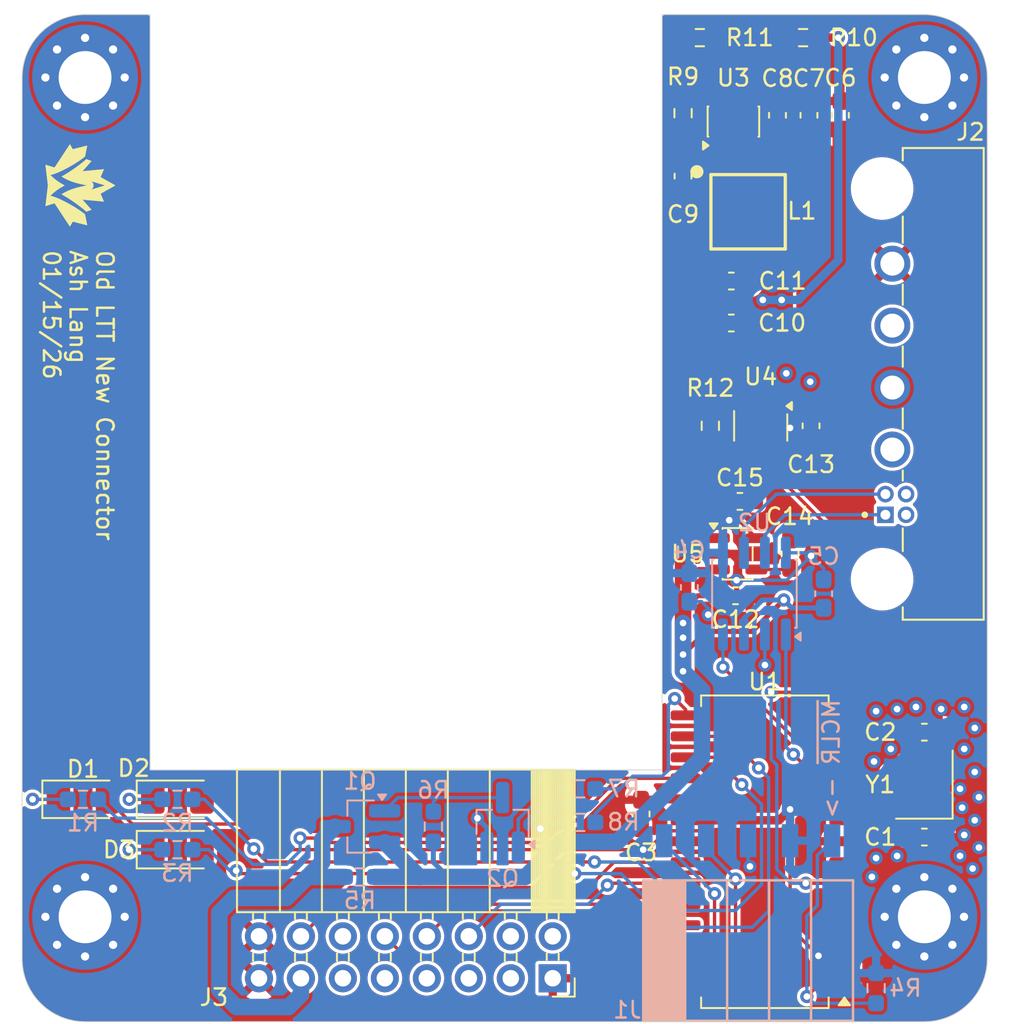
<source format=kicad_pcb>
(kicad_pcb (version 20241229) (generator "pcbnew") (generator_version "9.0")
  (layers (0 "F.Cu" signal) (2 "B.Cu" signal) (13 "F.Paste" user) (15 "B.Paste" user) (5 "F.SilkS" user "F.Silkscreen") (7 "B.SilkS" user "B.Silkscreen") (1 "F.Mask" user) (3 "B.Mask" user) (25 "Edge.Cuts" user))
  (net 0 "")
  (net 1 "GND")
  (net 2 "/OSC1")
  (net 3 "/OSC2")
  (net 4 "+3V3")
  (net 5 "+5V")
  (net 6 "+12V")
  (net 7 "Net-(U5-BP)")
  (net 8 "Net-(D1-K)")
  (net 9 "Net-(D2-K)")
  (net 10 "/~{MCLR}")
  (net 11 "/ICSPDAT")
  (net 12 "/ICSPCLK")
  (net 13 "Net-(D3-K)")
  (net 14 "/CAN_L")
  (net 15 "/CAN_H")
  (net 16 "/LED1")
  (net 17 "/LED2")
  (net 18 "/LED3")
  (net 19 "/CTS")
  (net 20 "/RX")
  (net 21 "/CAN_RX")
  (net 22 "/CAN_TX")
  (net 23 "/TX")
  (net 24 "/RTS")
  (net 29 "/RADIO_OFF")
  (net 34 "/power/CURR_LTT")
  (net 39 "Net-(J3-Pin_13)")
  (net 40 "Net-(Q1-G)")
  (net 41 "Net-(Q2-G)")
  (net 51 "Net-(U3-SW)")
  (net 52 "Net-(C9-Pad1)")
  (net 53 "Net-(U4-IN+)")
  (net 54 "/power/BOOT")
  (net 55 "Net-(U3-FB)")
  (footprint "Capacitor_SMD:C_0603_1608Metric_Pad1.08x0.95mm_HandSolder" (layer "F.Cu") (at 148.5138 83.3628 -90)
    (property "Reference" "C9")
    (property "Value" "100n")
  )
  (footprint "Resistor_SMD:R_0603_1608Metric_Pad0.98x0.95mm_HandSolder" (layer "F.Cu") (at 155.7782 74.9808 180)
    (property "Reference" "R10")
    (property "Value" "52.3k")
  )
  (footprint "Capacitor_SMD:C_0603_1608Metric_Pad1.08x0.95mm_HandSolder" (layer "F.Cu") (at 163.1188 123.3678)
    (property "Reference" "C1")
    (property "Value" "27pF")
  )
  (footprint "Capacitor_SMD:C_0603_1608Metric_Pad1.08x0.95mm_HandSolder" (layer "F.Cu") (at 158.0388 79.6798 90)
    (property "Reference" "C6")
    (property "Value" "10u")
  )
  (footprint "Package_TO_SOT_SMD:SOT-23-5_HandSoldering" (layer "F.Cu") (at 153.2128 98.4758 -90)
    (property "Reference" "U4")
    (property "Value" "INA180A3")
  )
  (footprint "LED_SMD:LED_1206_3216Metric_Pad1.42x1.75mm_HandSolder" (layer "F.Cu") (at 112.1918 121.0818)
    (property "Reference" "D1")
    (property "Value" "LED")
  )
  (footprint "telemetry_transmitter:WE-XHMI_4040" (layer "F.Cu") (at 152.4508 85.5218)
    (property "Reference" "L1")
    (property "Value" "74439325056")
  )
  (footprint "Capacitor_SMD:C_0603_1608Metric_Pad1.08x0.95mm_HandSolder" (layer "F.Cu") (at 154.9908 106.2228 -90)
    (property "Reference" "C14")
    (property "Value" "10nF")
  )
  (footprint "Capacitor_SMD:C_0603_1608Metric_Pad1.08x0.95mm_HandSolder" (layer "F.Cu") (at 163.1188 117.0178)
    (property "Reference" "C2")
    (property "Value" "27pF")
  )
  (footprint "Capacitor_SMD:C_0603_1608Metric_Pad1.08x0.95mm_HandSolder" (layer "F.Cu") (at 154.2288 79.6798 90)
    (property "Reference" "C8")
    (property "Value" "100n")
  )
  (footprint "Capacitor_SMD:C_0603_1608Metric_Pad1.08x0.95mm_HandSolder" (layer "F.Cu") (at 151.6888 108.7628 180)
    (property "Reference" "C12")
    (property "Value" "10uF")
  )
  (footprint "Resistor_SMD:R_0603_1608Metric_Pad0.98x0.95mm_HandSolder" (layer "F.Cu") (at 148.5138 79.5528 -90)
    (property "Reference" "R9")
    (property "Value" "30R")
  )
  (footprint "Capacitor_SMD:C_0603_1608Metric_Pad1.08x0.95mm_HandSolder" (layer "F.Cu") (at 151.9538 103.0508)
    (property "Reference" "C15")
    (property "Value" "2.2uF")
  )
  (footprint "Capacitor_SMD:C_0603_1608Metric_Pad1.08x0.95mm_HandSolder" (layer "F.Cu") (at 145.9738 121.9708 90)
    (property "Reference" "C3")
    (property "Value" "0.1u")
  )
  (footprint "LED_SMD:LED_1206_3216Metric_Pad1.42x1.75mm_HandSolder" (layer "F.Cu") (at 117.9068 121.0818)
    (property "Reference" "D2")
    (property "Value" "LED")
  )
  (footprint "Package_TO_SOT_SMD:SOT-23-6" (layer "F.Cu") (at 151.5618 80.0608 90)
    (property "Reference" "U3")
    (property "Value" "TPS56339DDC")
  )
  (footprint "Team_Logo:Logo_SilkScreen_5mm" (layer "F.Cu") (at 112.0394 83.9216 -90)
    (property "Reference" "G***" (hide yes))
    (property "Value" "LOGO" (hide yes))
  )
  (footprint "Package_TO_SOT_SMD:SOT-23-5" (layer "F.Cu") (at 151.8158 106.2228)
    (property "Reference" "U5")
    (property "Value" "SPX3819M5-L-3-3/TR")
  )
  (footprint "Resistor_SMD:R_0603_1608Metric_Pad0.98x0.95mm_HandSolder" (layer "F.Cu") (at 149.5298 74.9808 180)
    (property "Reference" "R11")
    (property "Value" "10k")
  )
  (footprint "LED_SMD:LED_1206_3216Metric_Pad1.42x1.75mm_HandSolder" (layer "F.Cu") (at 117.9068 124.1298)
    (property "Reference" "D3")
    (property "Value" "LED")
  )
  (footprint "Capacitor_SMD:C_0603_1608Metric_Pad1.08x0.95mm_HandSolder" (layer "F.Cu") (at 151.4348 92.2528 180)
    (property "Reference" "C10")
    (property "Value" "22u")
  )
  (footprint "Resistor_SMD:R_0603_1608Metric_Pad0.98x0.95mm_HandSolder" (layer "F.Cu") (at 150.1648 98.4758 90)
    (property "Reference" "R12")
    (property "Value" "0.03R")
  )
  (footprint "Capacitor_SMD:C_0603_1608Metric_Pad1.08x0.95mm_HandSolder" (layer "F.Cu") (at 156.2608 98.4758 -90)
    (property "Reference" "C13")
    (property "Value" "0.1u")
  )
  (footprint "Connector_PinSocket_2.54mm:PinSocket_2x08_P2.54mm_Horizontal" (layer "F.Cu") (at 140.6248 131.9138 -90)
    (property "Reference" "J3")
    (property "Value" "RFD900x")
  )
  (footprint "Package_SO:SOIC-28W_7.5x18.7mm_P1.27mm" (layer "F.Cu") (at 153.4668 124.2568 180)
    (property "Reference" "U1")
    (property "Value" "PIC18F26K83")
  )
  (footprint "canhw_footprints:connector_Harwin_G125-MH104M4-04AD000P" (layer "F.Cu") (at 164.2618 95.9358 90)
    (property "Reference" "J2")
    (property "Value" "G125-MH104M4-04AD000P")
  )
  (footprint "Capacitor_SMD:C_0603_1608Metric_Pad1.08x0.95mm_HandSolder" (layer "F.Cu") (at 151.4348 89.7128 180)
    (property "Reference" "C11")
    (property "Value" "22u")
  )
  (footprint "Capacitor_SMD:C_0603_1608Metric_Pad1.08x0.95mm_HandSolder" (layer "F.Cu") (at 156.1338 79.6798 90)
    (property "Reference" "C7")
    (property "Value" "10u")
  )
  (footprint "Crystal:Crystal_SMD_Abracon_ABM8G-4Pin_3.2x2.5mm" (layer "F.Cu") (at 163.1188 120.1928 90)
    (property "Reference" "Y1")
    (property "Value" "ABM8G-12.000MHZ-18-D2Y-T")
  )
  (footprint "Resistor_SMD:R_0603_1608Metric_Pad0.98x0.95mm_HandSolder" (layer "B.Cu") (at 142.2908 120.4468)
    (property "Reference" "R7")
    (property "Value" "130")
  )
  (footprint "Capacitor_SMD:C_0603_1608Metric_Pad1.08x0.95mm_HandSolder" (layer "B.Cu") (at 148.8948 108.2548 -90)
    (property "Reference" "C4")
    (property "Value" "0.1u")
  )
  (footprint "Capacitor_SMD:C_0603_1608Metric_Pad1.08x0.95mm_HandSolder" (layer "B.Cu") (at 157.0228 108.6358 90)
    (property "Reference" "C5")
    (property "Value" "0.1u")
  )
  (footprint "Resistor_SMD:R_0603_1608Metric_Pad0.98x0.95mm_HandSolder" (layer "B.Cu") (at 112.1918 121.0818)
    (property "Reference" "R1")
    (property "Value" "130")
  )
  (footprint "Resistor_SMD:R_0603_1608Metric_Pad0.98x0.95mm_HandSolder" (layer "B.Cu") (at 160.1978 132.5118 -90)
    (property "Reference" "R4")
    (property "Value" "10K")
  )
  (footprint "Package_SO:SOIC-8_3.9x4.9mm_P1.27mm" (layer "B.Cu") (at 152.8318 108.6358 90)
    (property "Reference" "U2")
    (property "Value" "MCP2562")
  )
  (footprint "Resistor_SMD:R_0603_1608Metric_Pad0.98x0.95mm_HandSolder" (layer "B.Cu") (at 128.9558 125.7808)
    (property "Reference" "R5")
    (property "Value" "DNI")
  )
  (footprint "Package_TO_SOT_SMD:SOT-23_Handsoldering" (layer "B.Cu") (at 128.9558 122.7328 180)
    (property "Reference" "Q1")
    (property "Value" "PJA3405")
  )
  (footprint "MountingHole:MountingHole_3.2mm_M3_Pad_Via" (layer "B.Cu") (at 112.3188 77.3938 180)
    (property "Reference" "H3" (hide yes))
    (property "Value" "MountingHole")
  )
  (footprint "Resistor_SMD:R_0603_1608Metric_Pad0.98x0.95mm_HandSolder" (layer "B.Cu") (at 117.9068 121.0818)
    (property "Reference" "R2")
    (property "Value" "130")
  )
  (footprint "MountingHole:MountingHole_3.2mm_M3_Pad_Via" (layer "B.Cu") (at 163.1188 128.1938 180)
    (property "Reference" "H2" (hide yes))
    (property "Value" "MountingHole")
  )
  (footprint "Package_TO_SOT_SMD:SOT-23_Handsoldering" (layer "B.Cu") (at 137.5918 122.4788 90)
    (property "Reference" "Q2")
    (property "Value" "TSM2306CX")
  )
  (footprint "MountingHole:MountingHole_3.2mm_M3_Pad_Via" (layer "B.Cu") (at 163.1188 77.3938 180)
    (property "Reference" "H4" (hide yes))
    (property "Value" "MountingHole")
  )
  (footprint "Resistor_SMD:R_0603_1608Metric_Pad0.98x0.95mm_HandSolder" (layer "B.Cu") (at 133.4008 122.7328 90)
    (property "Reference" "R6")
    (property "Value" "10K")
  )
  (footprint "canhw_footprints:PinSocket_5x2.54_SMD_90deg_952-3198-1-ND" (layer "B.Cu") (at 147.3708 123.5873)
    (property "Reference" "J1")
    (property "Value" "Programming Header")
  )
  (footprint "Resistor_SMD:R_0603_1608Metric_Pad0.98x0.95mm_HandSolder" (layer "B.Cu") (at 142.2908 122.4788 180)
    (property "Reference" "R8")
    (property "Value" "10K")
  )
  (footprint "Resistor_SMD:R_0603_1608Metric_Pad0.98x0.95mm_HandSolder" (layer "B.Cu") (at 117.9068 124.1298)
    (property "Reference" "R3")
    (property "Value" "130")
  )
  (footprint "MountingHole:MountingHole_3.2mm_M3_Pad_Via" (layer "B.Cu") (at 112.3188 128.1938 180)
    (property "Reference" "H1" (hide yes))
    (property "Value" "MountingHole")
  )
  (gr_line (start 166.9288 77.3938) (end 166.9288 130.7338) (stroke (width 0.05)) (layer "Edge.Cuts"))
  (gr_arc (start 163.1188 73.5838) (mid 165.812877 74.699723) (end 166.9288 77.3938) (stroke (width 0.05)) (layer "Edge.Cuts"))
  (gr_arc (start 112.3188 134.5438) (mid 109.624723 133.427877) (end 108.5088 130.7338) (stroke (width 0.05)) (layer "Edge.Cuts"))
  (gr_line (start 147.2438 73.5838) (end 147.2438 119.3038) (stroke (width 0.05)) (layer "Edge.Cuts"))
  (gr_line (start 163.1188 134.5438) (end 112.3188 134.5438) (stroke (width 0.05)) (layer "Edge.Cuts"))
  (gr_arc (start 108.5088 77.3938) (mid 109.624723 74.699723) (end 112.3188 73.5838) (stroke (width 0.05)) (layer "Edge.Cuts"))
  (gr_line (start 147.2438 73.5838) (end 163.1188 73.5838) (stroke (width 0.05)) (layer "Edge.Cuts"))
  (gr_line (start 112.3188 73.5838) (end 116.2558 73.5838) (stroke (width 0.05)) (layer "Edge.Cuts"))
  (gr_line (start 147.2438 119.3038) (end 116.2558 119.3038) (stroke (width 0.05)) (layer "Edge.Cuts"))
  (gr_line (start 116.2558 73.5838) (end 116.2558 119.3038) (stroke (width 0.05)) (layer "Edge.Cuts"))
  (gr_arc (start 166.9288 130.7338) (mid 165.812877 133.427877) (end 163.1188 134.5438) (stroke (width 0.05)) (layer "Edge.Cuts"))
  (gr_line (start 108.5088 130.7338) (end 108.5088 77.3938) (stroke (width 0.05)) (layer "Edge.Cuts"))
  (gr_text "Old LTT New Connector\nAsh Lang\n01/15/26" (at 109.7026 87.757 270) (layer "F.SilkS") (effects (font (size 1 1)) (justify left bottom)))
  (gr_text "~{MCLR} ->" (at 157.48 122.3264 90) (layer "B.SilkS") (effects (font (size 1 1)) (justify right mirror)))
  (segment (start 152.0698 108.7628) (end 152.5513 108.7628) (width 0.3048) (layer "F.Cu") (net 1))
  (segment (start 158.2668 123.6218) (end 159.8168 123.6218) (width 0.3048) (layer "F.Cu") (net 1))
  (segment (start 151.755481 106.637482) (end 151.755481 107.82027) (width 0.3048) (layer "F.Cu") (net 1))
  (segment (start 151.755481 108.448481) (end 152.0698 108.7628) (width 0.3048) (layer "F.Cu") (net 1))
  (segment (start 150.6783 106.2228) (end 151.340799 106.2228) (width 0.3048) (layer "F.Cu") (net 1))
  (segment (start 151.755481 107.82027) (end 151.755481 108.448481) (width 0.3048) (layer "F.Cu") (net 1))
  (segment (start 162.2688 121.6778) (end 161.3408 122.6058) (width 0.2032) (layer "F.Cu") (net 1))
  (segment (start 162.2688 121.2928) (end 162.2688 121.6778) (width 0.2032) (layer "F.Cu") (net 1))
  (segment (start 151.340799 106.2228) (end 151.755481 106.637482) (width 0.3048) (layer "F.Cu") (net 1))
  (via (at 150.0378 109.9058) (size 0.8) (drill 0.4) (layers "F.Cu" "B.Cu") (net 1))
  (via (at 160.1978 115.7478) (size 0.8) (drill 0.4) (layers "F.Cu" "B.Cu") (net 1))
  (via (at 165.5318 123.2408) (size 0.8) (drill 0.4) (layers "F.Cu" "B.Cu") (net 1))
  (via (at 165.5318 115.4938) (size 0.8) (drill 0.4) (layers "F.Cu" "B.Cu") (net 1))
  (via (at 161.4678 115.6208) (size 0.8) (drill 0.4) (layers "F.Cu" "B.Cu") (net 1))
  (via (at 136.0678 122.2248) (size 0.8) (drill 0.4) (layers "F.Cu" "B.Cu") (net 1))
  (via (at 151.755481 107.82027) (size 0.8) (drill 0.4) (layers "F.Cu" "B.Cu") (net 1))
  (via (at 156.21 95.8088) (size 0.8) (drill 0.4) (layers "F.Cu" "B.Cu") (net 1))
  (via (at 160.1978 124.6378) (size 0.8) (drill 0.4) (layers "F.Cu" "B.Cu") (net 1))
  (via (at 165.2778 120.4468) (size 0.8) (drill 0.4) (layers "F.Cu" "B.Cu") (net 1))
  (via (at 166.4208 120.9548) (size 0.8) (drill 0.4) (layers "F.Cu" "B.Cu") (net 1))
  (via (at 165.5318 118.0338) (size 0.8) (drill 0.4) (layers "F.Cu" "B.Cu") (net 1))
  (via (at 166.0398 125.2728) (size 0.8) (drill 0.4) (layers "F.Cu" "B.Cu") (net 1))
  (via (at 165.4048 121.5898) (size 0.8) (drill 0.4) (layers "F.Cu" "B.Cu") (net 1))
  (via (at 166.1668 122.3518) (size 0.8) (drill 0.4) (layers "F.Cu" "B.Cu") (net 1))
  (via (at 161.0868 118.0338) (size 0.8) (drill 0.4) (layers "F.Cu" "B.Cu") (net 1))
  (via (at 153.4668 112.9538) (size 0.8) (drill 0.4) (layers "F.Cu" "B.Cu") (net 1))
  (via (at 154.7622 95.3008) (size 0.8) (drill 0.4) (layers "F.Cu" "B.Cu") (net 1))
  (via (at 160.0708 118.7958) (size 0.8) (drill 0.4) (layers "F.Cu" "B.Cu") (net 1))
  (via (at 152.562 125.1458) (size 0.8) (drill 0.4) (layers "F.Cu" "B.Cu") (net 1))
  (via (at 159.9438 125.7808) (size 0.8) (drill 0.4) (layers "F.Cu" "B.Cu") (net 1))
  (via (at 162.6108 115.4938) (size 0.8) (drill 0.4) (layers "F.Cu" "B.Cu") (net 1))
  (via (at 156.2608 106.3498) (size 0.8) (drill 0.4) (layers "F.Cu" "B.Cu") (net 1))
  (via (at 164.1348 115.6208) (size 0.8) (drill 0.4) (layers "F.Cu" "B.Cu") (net 1))
  (via (at 166.1668 119.4308) (size 0.8) (drill 0.4) (layers "F.Cu" "B.Cu") (net 1))
  (via (at 166.1668 116.7638) (size 0.8) (drill 0.4) (layers "F.Cu" "B.Cu") (net 1))
  (via (at 139.8778 122.8598) (size 0.8) (drill 0.4) (layers "F.Cu" "B.Cu") (net 1))
  (via (at 166.4208 124.0028) (size 0.8) (drill 0.4) (layers "F.Cu" "B.Cu") (net 1))
  (via (at 161.4678 124.5108) (size 0.8) (drill 0.4) (layers "F.Cu" "B.Cu") (net 1))
  (via (at 165.2778 124.5108) (size 0.8) (drill 0.4) (layers "F.Cu" "B.Cu") (net 1))
  (segment (start 154.79033 107.82027) (end 156.2608 106.3498) (width 0.2032) (layer "B.Cu") (net 1))
  (segment (start 157.0228 107.7733) (end 157.0228 107.1118) (width 0.2032) (layer "B.Cu") (net 1))
  (segment (start 152.4417 125.0255) (end 152.4417 123.5964) (width 0.2032) (layer "B.Cu") (net 1))
  (segment (start 150.0378 109.5248) (end 150.0378 109.9058) (width 0.2032) (layer "B.Cu") (net 1))
  (segment (start 153.4668 111.1108) (end 153.4668 112.9538) (width 0.2032) (layer "B.Cu") (net 1))
  (segment (start 148.8948 109.1173) (end 149.6303 109.1173) (width 0.2032) (layer "B.Cu") (net 1))
  (segment (start 152.562 125.1458) (end 152.4417 125.0255) (width 0.2032) (layer "B.Cu") (net 1))
  (segment (start 157.0228 107.1118) (end 156.2608 106.3498) (width 0.2032) (layer "B.Cu") (net 1))
  (segment (start 149.6303 109.1173) (end 150.0378 109.5248) (width 0.2032) (layer "B.Cu") (net 1))
  (segment (start 151.755481 107.82027) (end 154.79033 107.82027) (width 0.2032) (layer "B.Cu") (net 1))
  (segment (start 136.6418 123.9788) (end 136.6418 122.7988) (width 0.3048) (layer "B.Cu") (net 1))
  (segment (start 154.7368 106.1608) (end 156.0718 106.1608) (width 0.2032) (layer "B.Cu") (net 1))
  (segment (start 141.3783 122.4788) (end 140.2588 122.4788) (width 0.3048) (layer "B.Cu") (net 1))
  (segment (start 140.2588 122.4788) (end 139.8778 122.8598) (width 0.3048) (layer "B.Cu") (net 1))
  (segment (start 156.0718 106.1608) (end 156.2608 106.3498) (width 0.2032) (layer "B.Cu") (net 1))
  (segment (start 152.4417 123.5964) (end 152.4508 123.5873) (width 0.2032) (layer "B.Cu") (net 1))
  (segment (start 136.6418 122.7988) (end 136.0678 122.2248) (width 0.3048) (layer "B.Cu") (net 1))
  (segment (start 161.3662 121.8184) (end 161.3662 120.606978) (width 0.2032) (layer "F.Cu") (net 2))
  (segment (start 161.682978 120.2902) (end 162.9662 120.2902) (width 0.2032) (layer "F.Cu") (net 2))
  (segment (start 163.1188 122.1428) (end 163.1188 122.5053) (width 0.2032) (layer "F.Cu") (net 2))
  (segment (start 162.9662 120.2902) (end 163.9688 121.2928) (width 0.2032) (layer "F.Cu") (net 2))
  (segment (start 160.8328 122.3518) (end 161.3662 121.8184) (width 0.2032) (layer "F.Cu") (net 2))
  (segment (start 163.9688 121.2928) (end 163.1188 122.1428) (width 0.2032) (layer "F.Cu") (net 2))
  (segment (start 161.3662 120.606978) (end 161.682978 120.2902) (width 0.2032) (layer "F.Cu") (net 2))
  (segment (start 163.1188 122.5053) (end 162.2563 123.3678) (width 0.2032) (layer "F.Cu") (net 2))
  (segment (start 158.2668 122.3518) (end 160.8328 122.3518) (width 0.2032) (layer "F.Cu") (net 2))
  (segment (start 160.909 121.1326) (end 160.909 120.7124) (width 0.2032) (layer "F.Cu") (net 3))
  (segment (start 159.5628 121.7168) (end 159.6898 121.8438) (width 0.2032) (layer "F.Cu") (net 3))
  (segment (start 160.5788 121.8438) (end 160.7058 121.7168) (width 0.2032) (layer "F.Cu") (net 3))
  (segment (start 162.2688 119.0928) (end 162.2688 117.0303) (width 0.2032) (layer "F.Cu") (net 3))
  (segment (start 160.7058 119.4308) (end 160.7058 119.3058) (width 0.2032) (layer "F.Cu") (net 3))
  (segment (start 160.5026 120.5092) (end 160.5026 120.1124) (width 0.2032) (layer "F.Cu") (net 3))
  (segment (start 160.7058 121.7168) (end 160.7058 121.3358) (width 0.2032) (layer "F.Cu") (net 3))
  (segment (start 158.2668 121.0818) (end 159.4358 121.0818) (width 0.2032) (layer "F.Cu") (net 3))
  (segment (start 159.5628 121.2088) (end 159.5628 121.7168) (width 0.2032) (layer "F.Cu") (net 3))
  (segment (start 160.8074 120.6108) (end 160.7058 120.6108) (width 0.2032) (layer "F.Cu") (net 3))
  (segment (start 160.7058 120.6108) (end 160.6042 120.6108) (width 0.2032) (layer "F.Cu") (net 3))
  (segment (start 160.7058 119.3058) (end 160.9188 119.0928) (width 0.2032) (layer "F.Cu") (net 3))
  (segment (start 160.7058 119.6508) (end 160.7058 119.4308) (width 0.2032) (layer "F.Cu") (net 3))
  (segment (start 160.9188 119.0928) (end 162.2688 119.0928) (width 0.2032) (layer "F.Cu") (net 3))
  (segment (start 162.2688 117.0303) (end 162.2563 117.0178) (width 0.2032) (layer "F.Cu") (net 3))
  (segment (start 160.7058 119.9092) (end 160.7058 119.6508) (width 0.2032) (layer "F.Cu") (net 3))
  (segment (start 159.6898 121.8438) (end 160.5788 121.8438) (width 0.2032) (layer "F.Cu") (net 3))
  (segment (start 159.4358 121.0818) (end 159.5628 121.2088) (width 0.2032) (layer "F.Cu") (net 3))
  (arc (start 160.6042 120.0108) (mid 160.676042 119.981042) (end 160.7058 119.9092) (width 0.2032) (layer "F.Cu") (net 3))
  (arc (start 160.7058 121.3358) (mid 160.735558 121.263958) (end 160.8074 121.2342) (width 0.2032) (layer "F.Cu") (net 3))
  (arc (start 160.909 120.7124) (mid 160.879242 120.640558) (end 160.8074 120.6108) (width 0.2032) (layer "F.Cu") (net 3))
  (arc (start 160.5026 120.1124) (mid 160.532358 120.040558) (end 160.6042 120.0108) (width 0.2032) (layer "F.Cu") (net 3))
  (arc (start 160.8074 121.2342) (mid 160.879242 121.204442) (end 160.909 121.1326) (width 0.2032) (layer "F.Cu") (net 3))
  (arc (start 160.6042 120.6108) (mid 160.532358 120.581042) (end 160.5026 120.5092) (width 0.2032) (layer "F.Cu") (net 3))
  (segment (start 154.1628 99.8258) (end 154.1628 99.4308) (width 0.2032) (layer "F.Cu") (net 4))
  (segment (start 120.527641 121.0818) (end 119.3943 121.0818) (width 0.2032) (layer "F.Cu") (net 4))
  (segment (start 146.1008 124.1298) (end 146.3802 124.1298) (width 0.2032) (layer "F.Cu") (net 4))
  (segment (start 154.9908 121.6914) (end 154.9908 128.8384) (width 0.2032) (layer "F.Cu") (net 4))
  (segment (start 115.175579 122.578079) (end 113.6793 121.0818) (width 0.2032) (layer "F.Cu") (net 4))
  (segment (start 119.3943 124.1298) (end 119.3943 122.868579) (width 0.2032) (layer "F.Cu") (net 4))
  (segment (start 154.1628 99.4308) (end 154.9908 98.6028) (width 0.2032) (layer "F.Cu") (net 4))
  (segment (start 154.9908 128.8384) (end 156.7084 130.556) (width 0.2032) (layer "F.Cu") (net 4))
  (segment (start 119.3943 122.868579) (end 119.6848 122.578079) (width 0.2032) (layer "F.Cu") (net 4))
  (segment (start 156.2608 99.3383) (end 155.7263 99.3383) (width 0.2032) (layer "F.Cu") (net 4))
  (segment (start 148.6668 122.3518) (end 147.8788 122.3518) (width 0.2032) (layer "F.Cu") (net 4))
  (segment (start 149.8346 122.9868) (end 150.4696 122.3518) (width 0.2032) (layer "F.Cu") (net 4))
  (segment (start 152.8163 103.0508) (end 152.4478 103.0508) (width 0.2032) (layer "F.Cu") (net 4))
  (segment (start 152.9533 105.2728) (end 151.8713 104.1908) (width 0.2032) (layer "F.Cu") (net 4))
  (segment (start 119.6848 122.578079) (end 115.175579 122.578079) (width 0.2032) (layer "F.Cu") (net 4))
  (segment (start 145.9738 122.8333) (end 145.9738 124.0028) (width 0.2032) (layer "F.Cu") (net 4))
  (segment (start 154.3304 122.3518) (end 150.4696 122.3518) (width 0.508) (layer "F.Cu") (net 4))
  (segment (start 146.1008 124.1298) (end 123.575641 124.1298) (width 0.2032) (layer "F.Cu") (net 4))
  (segment (start 151.8713 104.1908) (end 151.3078 104.1908) (width 0.2032) (layer "F.Cu") (net 4))
  (segment (start 155.7263 99.3383) (end 154.9908 98.6028) (width 0.2032) (layer "F.Cu") (net 4))
  (segment (start 145.9738 124.0028) (end 146.1008 124.1298) (width 0.2032) (layer "F.Cu") (net 4))
  (segment (start 122.023921 122.578079) (end 119.6848 122.578079) (width 0.2032) (layer "F.Cu") (net 4))
  (segment (start 152.4478 103.0508) (end 151.3078 104.1908) (width 0.2032) (layer "F.Cu") (net 4))
  (segment (start 146.3802 124.1298) (end 147.5232 122.9868) (width 0.2032) (layer "F.Cu") (net 4))
  (segment (start 154.9908 121.6914) (end 154.3304 122.3518) (width 0.508) (layer "F.Cu") (net 4))
  (segment (start 147.5232 122.9868) (end 149.8346 122.9868) (width 0.2032) (layer "F.Cu") (net 4))
  (segment (start 150.4696 122.3518) (end 148.6668 122.3518) (width 0.508) (layer "F.Cu") (net 4))
  (segment (start 123.575641 124.1298) (end 122.023921 122.578079) (width 0.2032) (layer "F.Cu") (net 4))
  (segment (start 122.023921 122.578079) (end 120.527641 121.0818) (width 0.2032) (layer "F.Cu") (net 4))
  (via (at 154.9908 121.6914) (size 0.8) (drill 0.4) (layers "F.Cu" "B.Cu") (net 4))
  (via (at 154.9908 98.6028) (size 0.8) (drill 0.4) (layers "F.Cu" "B.Cu") (net 4))
  (via (at 151.3078 104.1908) (size 0.8) (drill 0.4) (layers "F.Cu" "B.Cu") (net 4))
  (via (at 146.1008 124.1298) (size 0.8) (drill 0.4) (layers "F.Cu" "B.Cu") (net 4))
  (via (at 156.7084 130.556) (size 0.8) (drill 0.4) (layers "F.Cu" "B.Cu") (net 4))
  (segment (start 163.6522 108.1024) (end 163.6522 102.2096) (width 0.508) (layer "B.Cu") (net 4))
  (segment (start 162.8959 101.4533) (end 154.0453 101.4533) (width 0.508) (layer "B.Cu") (net 4))
  (segment (start 156.1592 115.5954) (end 163.6522 108.1024) (width 0.508) (layer "B.Cu") (net 4))
  (segment (start 154.9908 98.6028) (end 154.9908 100.5078) (width 0.508) (layer "B.Cu") (net 4))
  (segment (start 148.8948 106.045) (end 148.8948 107.3923) (width 0.508) (layer "B.Cu") (net 4))
  (segment (start 156.1592 119.3292) (end 156.1592 115.5954) (width 0.508) (layer "B.Cu") (net 4))
  (segment (start 154.9908 100.5078) (end 153.9621 101.5365) (width 0.508) (layer "B.Cu") (net 4))
  (segment (start 150.749 104.1908) (end 148.8948 106.045) (width 0.508) (layer "B.Cu") (net 4))
  (segment (start 151.3078 104.1908) (end 150.749 104.1908) (width 0.508) (layer "B.Cu") (net 4))
  (segment (start 157.7517 131.5993) (end 160.1978 131.5993) (width 0.2032) (layer "B.Cu") (net 4))
  (segment (start 154.0453 101.4533) (end 153.9621 101.5365) (width 0.508) (layer "B.Cu") (net 4))
  (segment (start 154.9908 121.6914) (end 154.9908 123.5873) (width 0.508) (layer "B.Cu") (net 4))
  (segment (start 153.9621 101.5365) (end 151.3078 104.1908) (width 0.508) (layer "B.Cu") (net 4))
  (segment (start 163.6522 102.2096) (end 162.8959 101.4533) (width 0.508) (layer "B.Cu") (net 4))
  (segment (start 150.9268 106.1608) (end 150.9268 104.5718) (width 0.508) (layer "B.Cu") (net 4))
  (segment (start 150.9268 104.5718) (end 151.3078 104.1908) (width 0.508) (layer "B.Cu") (net 4))
  (segment (start 156.7084 130.556) (end 157.7517 131.5993) (width 0.2032) (layer "B.Cu") (net 4))
  (segment (start 154.9908 121.6914) (end 156.1592 120.523) (width 0.508) (layer "B.Cu") (net 4))
  (segment (start 156.1592 120.523) (end 156.1592 119.3292) (width 0.508) (layer "B.Cu") (net 4))
  (segment (start 148.5138 112.3188) (end 149.9108 110.9218) (width 0.3048) (layer "F.Cu") (net 5))
  (segment (start 149.4688 107.1728) (end 148.5138 108.1278) (width 0.3048) (layer "F.Cu") (net 5))
  (segment (start 148.5138 108.1278) (end 148.5138 109.6518) (width 1) (layer "F.Cu") (net 5))
  (segment (start 150.8263 108.7628) (end 149.4028 108.7628) (width 0.3048) (layer "F.Cu") (net 5))
  (segment (start 151.8253 99.3883) (end 152.2628 99.8258) (width 0.2032) (layer "F.Cu") (net 5))
  (segment (start 149.9108 110.9218) (end 152.7048 110.9218) (width 0.3048) (layer "F.Cu") (net 5))
  (segment (start 148.5138 106.3498) (end 148.5138 108.1278) (width 1) (layer "F.Cu") (net 5))
  (segment (start 150.1648 99.3883) (end 151.8253 99.3883) (width 0.2032) (layer "F.Cu") (net 5))
  (segment (start 149.5908 105.2728) (end 148.5138 106.3498) (width 0.3048) (layer "F.Cu") (net 5))
  (segment (start 150.6783 107.1728) (end 149.4688 107.1728) (width 0.3048) (layer "F.Cu") (net 5))
  (segment (start 150.1648 99.3883) (end 148.5138 101.0393) (width 1) (layer "F.Cu") (net 5))
  (segment (start 148.5138 109.6518) (end 148.5138 113.3348) (width 1) (layer "F.Cu") (net 5))
  (segment (start 152.7048 110.9218) (end 154.6098 109.0168) (width 0.3048) (layer "F.Cu") (net 5))
  (segment (start 149.4028 108.7628) (end 148.5138 109.6518) (width 0.3048) (layer "F.Cu") (net 5))
  (segment (start 150.6783 105.2728) (end 149.5908 105.2728) (width 0.3048) (layer "F.Cu") (net 5))
  (segment (start 148.5138 101.0393) (end 148.5138 106.3498) (width 1) (layer "F.Cu") (net 5))
  (via (at 148.5138 110.4138) (size 0.8) (drill 0.4) (layers "F.Cu" "B.Cu") (net 5))
  (via (at 154.6098 109.0168) (size 0.8) (drill 0.4) (layers "F.Cu" "B.Cu") (net 5))
  (via (at 148.5138 111.3028) (size 0.8) (drill 0.4) (layers "F.Cu" "B.Cu") (net 5))
  (via (at 148.5138 112.3188) (size 0.8) (drill 0.4) (layers "F.Cu" "B.Cu") (net 5))
  (via (at 148.5138 113.3348) (size 0.8) (drill 0.4) (layers "F.Cu" "B.Cu") (net 5))
  (segment (start 133.4008 124.8918) (end 134.2898 125.7808) (width 0.3048) (layer "B.Cu") (net 5))
  (segment (start 134.2898 125.7808) (end 132.5538 125.7808) (width 1) (layer "B.Cu") (net 5))
  (segment (start 148.5138 110.4138) (end 148.5138 113.3348) (width 1) (layer "B.Cu") (net 5))
  (segment (start 157.0228 109.4983) (end 155.0913 109.4983) (width 0.3048) (layer "B.Cu") (net 5))
  (segment (start 141.095548 123.6548) (end 138.969548 125.7808) (width 1) (layer "B.Cu") (net 5))
  (segment (start 149.6568 118.5418) (end 144.5438 123.6548) (width 1) (layer "B.Cu") (net 5))
  (segment (start 149.6568 114.4778) (end 149.6568 118.5418) (width 1) (layer "B.Cu") (net 5))
  (segment (start 133.4008 123.6453) (end 133.4008 124.8918) (width 0.3048) (layer "B.Cu") (net 5))
  (segment (start 154.6098 109.0168) (end 153.315801 109.0168) (width 0.3048) (layer "B.Cu") (net 5))
  (segment (start 138.969548 125.7808) (end 134.2898 125.7808) (width 1) (layer "B.Cu") (net 5))
  (segment (start 132.5538 125.7808) (end 129.8683 125.7808) (width 1) (layer "B.Cu") (net 5))
  (segment (start 153.315801 109.0168) (end 152.1968 110.135801) (width 0.3048) (layer "B.Cu") (net 5))
  (segment (start 144.5438 123.6548) (end 141.095548 123.6548) (width 1) (layer "B.Cu") (net 5))
  (segment (start 155.0913 109.4983) (end 154.6098 109.0168) (width 0.3048) (layer "B.Cu") (net 5))
  (segment (start 132.5538 125.7808) (end 130.4558 123.6828) (width 1) (layer "B.Cu") (net 5))
  (segment (start 148.5138 113.3348) (end 149.6568 114.4778) (width 1) (layer "B.Cu") (net 5))
  (segment (start 152.1968 110.135801) (end 152.1968 111.1108) (width 0.3048) (layer "B.Cu") (net 5))
  (segment (start 153.2073 81.1983) (end 153.3398 81.3308) (width 0.508) (layer "F.Cu") (net 6))
  (segment (start 152.5118 81.1983) (end 153.2073 81.1983) (width 0.508) (layer "F.Cu") (net 6))
  (segment (start 153.3398 81.3308) (end 153.9748 81.9658) (width 0.508) (layer "F.Cu") (net 6))
  (segment (start 154.9033 107.1728) (end 154.9908 107.0853) (width 0.2032) (layer "F.Cu") (net 7))
  (segment (start 152.9533 107.1728) (end 154.9033 107.1728) (width 0.2032) (layer "F.Cu") (net 7))
  (segment (start 110.7043 121.0818) (end 109.1438 121.0818) (width 0.2032) (layer "F.Cu") (net 8))
  (via (at 109.1438 121.0818) (size 0.8) (drill 0.4) (layers "F.Cu" "B.Cu") (net 8))
  (segment (start 109.1438 121.0818) (end 111.2793 121.0818) (width 0.2032) (layer "B.Cu") (net 8))
  (segment (start 116.4193 121.0818) (end 114.9918 121.0818) (width 0.2032) (layer "F.Cu") (net 9))
  (via (at 114.9918 121.0818) (size 0.8) (drill 0.4) (layers "F.Cu" "B.Cu") (net 9))
  (segment (start 114.9918 121.0818) (end 116.9943 121.0818) (width 0.2032) (layer "B.Cu") (net 9))
  (segment (start 156.5148 132.5118) (end 158.2668 132.5118) (width 0.2032) (layer "F.Cu") (net 10))
  (segment (start 156.0068 133.0198) (end 156.5148 132.5118) (width 0.2032) (layer "F.Cu") (net 10))
  (via (at 156.0068 133.0198) (size 0.8) (drill 0.4) (layers "F.Cu" "B.Cu") (net 10))
  (segment (start 156.4113 133.4243) (end 160.1978 133.4243) (width 0.2032) (layer "B.Cu") (net 10))
  (segment (start 156.0068 128.143) (end 156.6418 127.508) (width 0.2032) (layer "B.Cu") (net 10))
  (segment (start 156.0068 133.0198) (end 156.4113 133.4243) (width 0.2032) (layer "B.Cu") (net 10))
  (segment (start 156.0068 133.0198) (end 156.0068 128.143) (width 0.2032) (layer "B.Cu") (net 10))
  (segment (start 156.6418 124.4763) (end 157.5308 123.5873) (width 0.2032) (layer "B.Cu") (net 10))
  (segment (start 156.6418 127.508) (end 156.6418 124.4763) (width 0.2032) (layer "B.Cu") (net 10))
  (segment (start 151.6888 125.9078) (end 151.6888 130.389799) (width 0.2032) (layer "F.Cu") (net 11))
  (segment (start 149.566799 132.5118) (end 148.6668 132.5118) (width 0.2032) (layer "F.Cu") (net 11))
  (segment (start 151.6888 130.389799) (end 149.566799 132.5118) (width 0.2032) (layer "F.Cu") (net 11))
  (via (at 151.6888 125.9078) (size 0.8) (drill 0.4) (layers "F.Cu" "B.Cu") (net 11))
  (segment (start 149.9108 123.5873) (end 149.9108 124.1298) (width 0.2032) (layer "B.Cu") (net 11))
  (segment (start 149.9108 124.1298) (end 151.6888 125.9078) (width 0.2032) (layer "B.Cu") (net 11))
  (segment (start 150.4188 130.6068) (end 149.7838 131.2418) (width 0.2032) (layer "F.Cu") (net 12))
  (segment (start 149.7838 131.2418) (end 148.6668 131.2418) (width 0.2032) (layer "F.Cu") (net 12))
  (segment (start 150.4188 126.7968) (end 150.4188 130.6068) (width 0.2032) (layer "F.Cu") (net 12))
  (via (at 150.4188 126.7968) (size 0.8) (drill 0.4) (layers "F.Cu" "B.Cu") (net 12))
  (segment (start 147.3708 123.5873) (end 147.3708 123.7488) (width 0.2032) (layer "B.Cu") (net 12))
  (segment (start 147.3708 123.7488) (end 150.4188 126.7968) (width 0.2032) (layer "B.Cu") (net 12))
  (segment (start 116.4193 124.1298) (end 114.9858 124.1298) (width 0.2032) (layer "F.Cu") (net 13))
  (via (at 114.9858 124.1298) (size 0.8) (drill 0.4) (layers "F.Cu" "B.Cu") (net 13))
  (segment (start 114.9858 124.1298) (end 116.9943 124.1298) (width 0.2032) (layer "B.Cu") (net 13))
  (segment (start 152.1968 104.5718) (end 152.1968 106.1608) (width 0.2032) (layer "B.Cu") (net 14))
  (segment (start 154.1578 102.6108) (end 152.1968 104.5718) (width 0.2032) (layer "B.Cu") (net 14))
  (segment (start 160.7618 102.6108) (end 154.1578 102.6108) (width 0.2032) (layer "B.Cu") (net 14))
  (segment (start 153.4668 105.0798) (end 153.4668 106.1608) (width 0.2032) (layer "B.Cu") (net 15))
  (segment (start 160.7618 103.8608) (end 154.6858 103.8608) (width 0.2032) (layer "B.Cu") (net 15))
  (segment (start 154.6858 103.8608) (end 153.4668 105.0798) (width 0.2032) (layer "B.Cu") (net 15))
  (segment (start 140.6906 123.698) (end 144.5768 119.8118) (width 0.2032) (layer "F.Cu") (net 16))
  (segment (start 125.3363 123.4282) (end 126.4 123.4282) (width 0.2032) (layer "F.Cu") (net 16))
  (segment (start 126.4 123.4282) (end 126.6698 123.698) (width 0.2032) (layer "F.Cu") (net 16))
  (segment (start 144.5768 119.8118) (end 148.6668 119.8118) (width 0.2032) (layer "F.Cu") (net 16))
  (segment (start 126.6698 123.698) (end 140.6906 123.698) (width 0.2032) (layer "F.Cu") (net 16))
  (via (at 125.3363 123.4282) (size 0.8) (drill 0.4) (layers "F.Cu" "B.Cu") (net 16))
  (segment (start 124.5108 125.0188) (end 122.4788 125.0188) (width 0.2032) (layer "B.Cu") (net 16))
  (segment (start 125.3363 124.1933) (end 124.5108 125.0188) (width 0.2032) (layer "B.Cu") (net 16))
  (segment (start 125.3363 123.4282) (end 125.3363 124.1933) (width 0.2032) (layer "B.Cu") (net 16))
  (segment (start 119.6848 122.2248) (end 114.2473 122.2248) (width 0.2032) (layer "B.Cu") (net 16))
  (segment (start 122.4788 125.0188) (end 119.6848 122.2248) (width 0.2032) (layer "B.Cu") (net 16))
  (segment (start 114.2473 122.2248) (end 113.1043 121.0818) (width 0.2032) (layer "B.Cu") (net 16))
  (segment (start 152.0698 120.1928) (end 150.4188 118.5418) (width 0.2032) (layer "F.Cu") (net 17))
  (segment (start 150.4188 118.5418) (end 148.6668 118.5418) (width 0.2032) (layer "F.Cu") (net 17))
  (segment (start 123.328214 124.876) (end 122.530407 124.078193) (width 0.2032) (layer "F.Cu") (net 17))
  (segment (start 143.1544 124.876) (end 123.328214 124.876) (width 0.2032) (layer "F.Cu") (net 17))
  (via (at 152.0698 120.1928) (size 0.8) (drill 0.4) (layers "F.Cu" "B.Cu") (net 17))
  (via (at 122.530407 124.078193) (size 0.8) (drill 0.4) (layers "F.Cu" "B.Cu") (net 17))
  (via (at 143.1544 124.876) (size 0.8) (drill 0.4) (layers "F.Cu" "B.Cu") (net 17))
  (segment (start 151.6888 127.8128) (end 153.2636 126.238) (width 0.2032) (layer "B.Cu") (net 17))
  (segment (start 119.534014 121.0818) (end 118.8193 121.0818) (width 0.2032) (layer "B.Cu") (net 17))
  (segment (start 148.7291 127.8128) (end 151.6888 127.8128) (width 0.2032) (layer "B.Cu") (net 17))
  (segment (start 153.2636 126.238) (end 153.2636 121.3866) (width 0.2032) (layer "B.Cu") (net 17))
  (segment (start 122.530407 124.078193) (end 119.534014 121.0818) (width 0.2032) (layer "B.Cu") (net 17))
  (segment (start 145.7923 124.876) (end 148.7291 127.8128) (width 0.2032) (layer "B.Cu") (net 17))
  (segment (start 143.1544 124.876) (end 145.7923 124.876) (width 0.2032) (layer "B.Cu") (net 17))
  (segment (start 153.2636 121.3866) (end 152.0698 120.1928) (width 0.2032) (layer "B.Cu") (net 17))
  (segment (start 148.6668 117.2718) (end 151.1808 117.2718) (width 0.2032) (layer "F.Cu") (net 18))
  (segment (start 121.6406 125.5776) (end 121.4628 125.3998) (width 0.2032) (layer "F.Cu") (net 18))
  (segment (start 141.9606 125.5776) (end 121.6406 125.5776) (width 0.2032) (layer "F.Cu") (net 18))
  (segment (start 151.1808 117.2718) (end 153.0858 119.1768) (width 0.2032) (layer "F.Cu") (net 18))
  (via (at 153.0858 119.1768) (size 0.8) (drill 0.4) (layers "F.Cu" "B.Cu") (net 18))
  (via (at 121.4628 125.3998) (size 0.8) (drill 0.4) (layers "F.Cu" "B.Cu") (net 18))
  (via (at 141.9606 125.5776) (size 0.8) (drill 0.4) (layers "F.Cu" "B.Cu") (net 18))
  (segment (start 143.63888 125.574307) (end 144.220934 125.574307) (width 0.2032) (layer "B.Cu") (net 18))
  (segment (start 121.0818 125.3998) (end 119.8118 124.1298) (width 0.2032) (layer "B.Cu") (net 18))
  (segment (start 119.8118 124.1298) (end 118.8193 124.1298) (width 0.2032) (layer "B.Cu") (net 18))
  (segment (start 153.6954 127.8382) (end 153.6954 119.7864) (width 0.2032) (layer "B.Cu") (net 18))
  (segment (start 141.9606 125.5776) (end 143.635587 125.5776) (width 0.2032) (layer "B.Cu") (net 18))
  (segment (start 153.6954 119.7864) (end 153.0858 119.1768) (width 0.2032) (layer "B.Cu") (net 18))
  (segment (start 121.4628 125.3998) (end 121.0818 125.3998) (width 0.2032) (layer "B.Cu") (net 18))
  (segment (start 143.635587 125.5776) (end 143.63888 125.574307) (width 0.2032) (layer "B.Cu") (net 18))
  (segment (start 148.0058 128.8288) (end 152.7048 128.8288) (width 0.2032) (layer "B.Cu") (net 18))
  (segment (start 152.7048 128.8288) (end 153.6954 127.8382) (width 0.2032) (layer "B.Cu") (net 18))
  (segment (start 144.220934 125.574307) (end 144.224227 125.5776) (width 0.2032) (layer "B.Cu") (net 18))
  (segment (start 144.7546 125.5776) (end 148.0058 128.8288) (width 0.2032) (layer "B.Cu") (net 18))
  (segment (start 144.224227 125.5776) (end 144.7546 125.5776) (width 0.2032) (layer "B.Cu") (net 18))
  (segment (start 128.3428 126.4158) (end 125.3848 129.3738) (width 0.2032) (layer "F.Cu") (net 19))
  (segment (start 142.7988 126.4158) (end 128.3428 126.4158) (width 0.2032) (layer "F.Cu") (net 19))
  (segment (start 148.6668 124.8918) (end 144.3228 124.8918) (width 0.2032) (layer "F.Cu") (net 19))
  (segment (start 144.3228 124.8918) (end 142.7988 126.4158) (width 0.2032) (layer "F.Cu") (net 19))
  (segment (start 148.6668 128.7018) (end 142.926823 128.7018) (width 0.2032) (layer "F.Cu") (net 20))
  (segment (start 131.6174 130.5264) (end 130.4648 129.3738) (width 0.2032) (layer "F.Cu") (net 20))
  (segment (start 141.102223 130.5264) (end 131.6174 130.5264) (width 0.2032) (layer "F.Cu") (net 20))
  (segment (start 142.926823 128.7018) (end 141.102223 130.5264) (width 0.2032) (layer "F.Cu") (net 20))
  (segment (start 158.2668 118.5418) (end 156.3878 118.5418) (width 0.2032) (layer "F.Cu") (net 21))
  (segment (start 156.3878 118.5418) (end 150.9268 113.0808) (width 0.2032) (layer "F.Cu") (net 21))
  (via (at 150.9268 113.0808) (size 0.8) (drill 0.4) (layers "F.Cu" "B.Cu") (net 21))
  (segment (start 150.9268 113.0808) (end 150.9268 111.1108) (width 0.2032) (layer "B.Cu") (net 21))
  (segment (start 156.6418 119.8118) (end 155.194 118.364) (width 0.2032) (layer "F.Cu") (net 22))
  (segment (start 158.2668 119.8118) (end 156.6418 119.8118) (width 0.2032) (layer "F.Cu") (net 22))
  (via (at 155.194 118.364) (size 0.8) (drill 0.4) (layers "F.Cu" "B.Cu") (net 22))
  (segment (start 154.7368 117.9068) (end 154.7368 111.1108) (width 0.2032) (layer "B.Cu") (net 22))
  (segment (start 155.194 118.364) (end 154.7368 117.9068) (width 0.2032) (layer "B.Cu") (net 22))
  (segment (start 134.9468 127.4318) (end 133.0048 129.3738) (width 0.2032) (layer "F.Cu") (net 23))
  (segment (start 148.6668 127.4318) (end 134.9468 127.4318) (width 0.2032) (layer "F.Cu") (net 23))
  (segment (start 144.045014 126.1618) (end 148.6668 126.1618) (width 0.2032) (layer "F.Cu") (net 24))
  (segment (start 143.929907 126.276907) (end 144.045014 126.1618) (width 0.2032) (layer "F.Cu") (net 24))
  (via (at 143.929907 126.276907) (size 0.8) (drill 0.4) (layers "F.Cu" "B.Cu") (net 24))
  (segment (start 143.929907 126.276907) (end 142.775014 127.4318) (width 0.2032) (layer "B.Cu") (net 24))
  (segment (start 142.775014 127.4318) (end 137.4868 127.4318) (width 0.2032) (layer "B.Cu") (net 24))
  (segment (start 137.4868 127.4318) (end 135.5448 129.3738) (width 0.2032) (layer "B.Cu") (net 24))
  (segment (start 148.6668 116.0018) (end 148.6668 115.6468) (width 0.2032) (layer "F.Cu") (net 29))
  (segment (start 148.6668 115.6468) (end 148.0058 114.9858) (width 0.2032) (layer "F.Cu") (net 29))
  (via (at 148.0058 114.9858) (size 0.8) (drill 0.4) (layers "F.Cu" "B.Cu") (net 29))
  (segment (start 145.4658 119.6848) (end 144.7038 120.4468) (width 0.2032) (layer "B.Cu") (net 29))
  (segment (start 147.6248 115.3668) (end 147.6248 119.3038) (width 0.2032) (layer "B.Cu") (net 29))
  (segment (start 143.2033 121.9473) (end 144.7038 120.4468) (width 0.2032) (layer "B.Cu") (net 29))
  (segment (start 147.6248 119.3038) (end 147.2438 119.6848) (width 0.2032) (layer "B.Cu") (net 29))
  (segment (start 143.2033 122.4788) (end 143.2033 121.9473) (width 0.2032) (layer "B.Cu") (net 29))
  (segment (start 147.2438 119.6848) (end 145.4658 119.6848) (width 0.2032) (layer "B.Cu") (net 29))
  (segment (start 144.7038 120.4468) (end 143.2033 120.4468) (width 0.2032) (layer "B.Cu") (net 29))
  (segment (start 148.0058 114.9858) (end 147.6248 115.3668) (width 0.2032) (layer "B.Cu") (net 29))
  (segment (start 158.2928 113.4618) (end 157.1498 114.6048) (width 0.2032) (layer "F.Cu") (net 34))
  (segment (start 154.1628 97.1258) (end 154.1628 97.7798) (width 0.2032) (layer "F.Cu") (net 34))
  (segment (start 155.9402 126.1618) (end 158.2668 126.1618) (width 0.2032) (layer "F.Cu") (net 34))
  (segment (start 154.1628 97.7798) (end 153.2128 98.7298) (width 0.2032) (layer "F.Cu") (net 34))
  (segment (start 157.1498 114.6048) (end 153.8478 114.6048) (width 0.2032) (layer "F.Cu") (net 34))
  (segment (start 153.2128 100.5078) (end 158.2928 105.5878) (width 0.2032) (layer "F.Cu") (net 34))
  (segment (start 158.2928 105.5878) (end 158.2928 113.4618) (width 0.2032) (layer "F.Cu") (net 34))
  (segment (start 153.2128 98.7298) (end 153.2128 100.5078) (width 0.2032) (layer "F.Cu") (net 34))
  (via (at 155.9402 126.1618) (size 0.8) (drill 0.4) (layers "F.Cu" "B.Cu") (net 34))
  (via (at 153.8478 114.6048) (size 0.8) (drill 0.4) (layers "F.Cu" "B.Cu") (net 34))
  (segment (start 154.1882 119.0092) (end 153.8478 118.6688) (width 0.2032) (layer "B.Cu") (net 34))
  (segment (start 155.0416 126.1618) (end 154.1882 125.3084) (width 0.2032) (layer "B.Cu") (net 34))
  (segment (start 154.1882 125.3084) (end 154.1882 119.0092) (width 0.2032) (layer "B.Cu") (net 34))
  (segment (start 153.8478 118.6688) (end 153.8478 114.6048) (width 0.2032) (layer "B.Cu") (net 34))
  (segment (start 155.9402 126.1618) (end 155.0416 126.1618) (width 0.2032) (layer "B.Cu") (net 34))
  (segment (start 124.5108 127.0508) (end 121.3358 127.0508) (width 1) (layer "B.Cu") (net 39))
  (segment (start 126.6698 123.5188) (end 126.6698 124.8918) (width 1) (layer "B.Cu") (net 39))
  (segment (start 120.4468 127.9398) (end 120.4468 132.618523) (width 1) (layer "B.Cu") (net 39))
  (segment (start 127.4558 122.7328) (end 126.6698 123.5188) (width 1) (layer "B.Cu") (net 39))
  (segment (start 126.6698 124.8918) (end 125.7808 125.7808) (width 1) (layer "B.Cu") (net 39))
  (segment (start 121.3358 127.0508) (end 120.4468 127.9398) (width 1) (layer "B.Cu") (net 39))
  (segment (start 124.6378 133.6548) (end 125.3848 132.9078) (width 1) (layer "B.Cu") (net 39))
  (segment (start 125.7808 125.7808) (end 124.5108 127.0508) (width 1) (layer "B.Cu") (net 39))
  (segment (start 125.3848 132.9078) (end 125.3848 131.9138) (width 1) (layer "B.Cu") (net 39))
  (segment (start 125.7808 125.7808) (end 128.0433 125.7808) (width 1) (layer "B.Cu") (net 39))
  (segment (start 120.4468 132.618523) (end 121.483077 133.6548) (width 1) (layer "B.Cu") (net 39))
  (segment (start 121.483077 133.6548) (end 124.6378 133.6548) (width 1) (layer "B.Cu") (net 39))
  (segment (start 133.4008 121.2328) (end 133.6548 120.9788) (width 0.2032) (layer "B.Cu") (net 40))
  (segment (start 131.2598 120.9788) (end 133.6548 120.9788) (width 0.2032) (layer "B.Cu") (net 40))
  (segment (start 133.6548 120.9788) (end 137.5918 120.9788) (width 0.2032) (layer "B.Cu") (net 40))
  (segment (start 130.4558 121.7828) (end 131.2598 120.9788) (width 0.2032) (layer "B.Cu") (net 40))
  (segment (start 133.4008 121.8203) (end 133.4008 121.2328) (width 0.2032) (layer "B.Cu") (net 40))
  (segment (start 141.3783 120.4468) (end 140.3858 120.4468) (width 0.2032) (layer "B.Cu") (net 41))
  (segment (start 140.3858 120.4468) (end 138.5418 122.2908) (width 0.2032) (layer "B.Cu") (net 41))
  (segment (start 138.5418 122.2908) (end 138.5418 123.9788) (width 0.2032) (layer "B.Cu") (net 41))
  (segment (start 148.5138 84.2253) (end 149.6833 84.2253) (width 0.2032) (layer "F.Cu") (net 51))
  (segment (start 151.5618 81.1983) (end 151.5618 81.8498) (width 0.6) (layer "F.Cu") (net 51))
  (segment (start 151.5618 81.83561) (end 150.9268 82.47061) (width 0.6) (layer "F.Cu") (net 51))
  (segment (start 150.9268 82.47061) (end 150.9268 82.4738) (width 0.6) (layer "F.Cu") (net 51))
  (segment (start 151.5618 81.1983) (end 151.5618 81.83561) (width 0.6) (layer "F.Cu") (net 51))
  (segment (start 148.5138 82.5003) (end 148.5138 80.4653) (width 0.2032) (layer "F.Cu") (net 52))
  (segment (start 151.8253 97.5633) (end 150.1648 97.5633) (width 0.2032) (layer "F.Cu") (net 53))
  (segment (start 156.6907 74.9808) (end 157.9118 74.9808) (width 0.508) (layer "F.Cu") (net 53))
  (segment (start 150.1648 97.5633) (end 150.1648 95.4278) (width 1) (layer "F.Cu") (net 53))
  (segment (start 152.2628 97.1258) (end 151.8253 97.5633) (width 0.2032) (layer "F.Cu") (net 53))
  (segment (start 151.0538 94.5388) (end 153.3398 94.5388) (width 1) (layer "F.Cu") (net 53))
  (segment (start 150.7998 94.7928) (end 151.0538 94.5388) (width 1) (layer "F.Cu") (net 53))
  (segment (start 154.1018 93.7768) (end 154.1018 92.3798) (width 1) (layer "F.Cu") (net 53))
  (segment (start 150.1648 95.4278) (end 150.7998 94.7928) (width 1) (layer "F.Cu") (net 53))
  (segment (start 153.3398 94.5388) (end 154.1018 93.7768) (width 1) (layer "F.Cu") (net 53))
  (via (at 154.4828 90.8558) (size 0.8) (drill 0.4) (layers "F.Cu" "B.Cu") (net 53))
  (via (at 157.9118 74.9808) (size 0.8) (drill 0.4) (layers "F.Cu" "B.Cu") (net 53))
  (via (at 153.3398 90.8558) (size 0.8) (drill 0.4) (layers "F.Cu" "B.Cu") (net 53))
  (segment (start 155.4988 90.8558) (end 157.9118 88.4428) (width 0.508) (layer "B.Cu") (net 53))
  (segment (start 157.9118 88.4428) (end 157.9118 74.9808) (width 0.508) (layer "B.Cu") (net 53))
  (segment (start 153.3398 90.8558) (end 155.4988 90.8558) (width 0.508) (layer "B.Cu") (net 53))
  (segment (start 148.5138 78.6403) (end 149.3793 78.6403) (width 0.2032) (layer "F.Cu") (net 54))
  (segment (start 149.6623 78.9233) (end 150.6118 78.9233) (width 0.2032) (layer "F.Cu") (net 54))
  (segment (start 149.3793 78.6403) (end 149.6623 78.9233) (width 0.2032) (layer "F.Cu") (net 54))
  (segment (start 152.5118 78.9233) (end 152.5118 75.5548) (width 0.508) (layer "F.Cu") (net 55))
  (segment (start 154.8657 74.9808) (end 153.0858 74.9808) (width 0.508) (layer "F.Cu") (net 55))
  (segment (start 153.0858 74.9808) (end 150.4423 74.9808) (width 0.508) (layer "F.Cu") (net 55))
  (segment (start 152.5118 75.5548) (end 153.0858 74.9808) (width 0.508) (layer "F.Cu") (net 55))
  (zone (net 51) (net_name "Net-(U3-SW)") (layer "F.Cu") (priority 1) (connect_pads (clearance 0.1524)) (min_thickness 0.25) (fill yes (thermal_gap 0.5) (thermal_bridge_width 25.4))
    (polygon (pts (xy 151.0538 80.4418) (xy 152.0698 80.4418) (xy 152.0698 82.6008) (xy 155.3718 82.9818) (xy 155.3718 84.7598) (xy 149.5298 84.7598) (xy 149.5298 83.3628) (xy 151.0538 81.8388)))
  )
  (zone (net 6) (net_name "+12V") (layer "F.Cu") (priority 3) (connect_pads (clearance 0.1524)) (min_thickness 0.25) (fill yes (thermal_gap 0.5) (thermal_bridge_width 25.4))
    (polygon (pts (xy 152.0698 80.4418) (xy 152.8318 79.6798) (xy 159.1818 79.6798) (xy 159.1818 92.7608) (xy 160.7058 94.2848) (xy 162.7378 94.2848) (xy 162.7868 97.9678) (xy 159.5628 97.9678) (xy 155.3718 93.7768) (xy 155.3718 82.9818) (xy 152.0698 82.6008)))
  )
  (zone (net 1) (net_name "GND") (layer "F.Cu") (connect_pads (clearance 0.1524)) (min_thickness 0.25) (fill yes (thermal_gap 0.5) (thermal_bridge_width 0.5))
    (polygon (pts (xy 167.0558 73.5838) (xy 108.5088 73.5838) (xy 108.5088 134.5438) (xy 166.9288 134.5438)))
  )
  (zone (net 53) (net_name "Net-(U4-IN+)") (layer "F.Cu") (priority 2) (connect_pads (clearance 0.1524)) (min_thickness 0.25) (fill yes (thermal_gap 0.5) (thermal_bridge_width 25.4))
    (polygon (pts (xy 149.5298 86.2838) (xy 155.3718 86.2838) (xy 155.3718 92.8878) (xy 151.6888 92.8878) (xy 151.6888 88.6968) (xy 150.5458 88.6968) (xy 149.5298 87.8078)))
  )
  (zone (net 4) (net_name "+3V3") (layer "B.Cu") (connect_pads (clearance 0.1524)) (min_thickness 0.25) (fill yes (thermal_gap 0.5) (thermal_bridge_width 0.5))
    (polygon (pts (xy 167.0558 73.5838) (xy 108.5088 73.5838) (xy 108.5088 134.5438) (xy 166.9288 134.5438)))
  )
)
</source>
